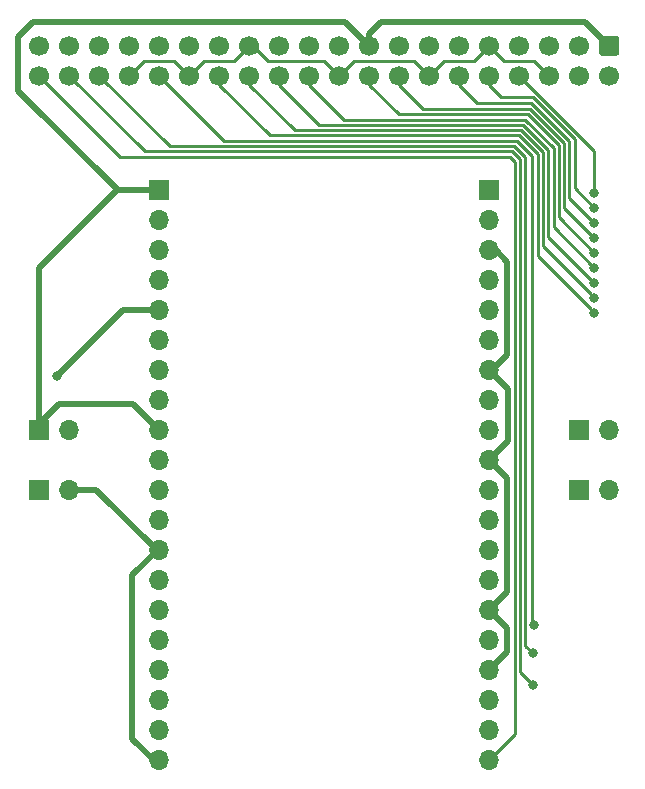
<source format=gbr>
%TF.GenerationSoftware,KiCad,Pcbnew,(5.1.9)-1*%
%TF.CreationDate,2022-02-08T17:06:21+09:00*%
%TF.ProjectId,pi-extend,70692d65-7874-4656-9e64-2e6b69636164,rev?*%
%TF.SameCoordinates,Original*%
%TF.FileFunction,Copper,L2,Bot*%
%TF.FilePolarity,Positive*%
%FSLAX46Y46*%
G04 Gerber Fmt 4.6, Leading zero omitted, Abs format (unit mm)*
G04 Created by KiCad (PCBNEW (5.1.9)-1) date 2022-02-08 17:06:21*
%MOMM*%
%LPD*%
G01*
G04 APERTURE LIST*
%TA.AperFunction,ComponentPad*%
%ADD10O,1.700000X1.700000*%
%TD*%
%TA.AperFunction,ComponentPad*%
%ADD11R,1.700000X1.700000*%
%TD*%
%TA.AperFunction,ComponentPad*%
%ADD12C,1.700000*%
%TD*%
%TA.AperFunction,ViaPad*%
%ADD13C,0.800000*%
%TD*%
%TA.AperFunction,Conductor*%
%ADD14C,0.250000*%
%TD*%
%TA.AperFunction,Conductor*%
%ADD15C,0.500000*%
%TD*%
G04 APERTURE END LIST*
D10*
%TO.P,J7,2*%
%TO.N,GND*%
X186944000Y-104140000D03*
D11*
%TO.P,J7,1*%
%TO.N,+5V*%
X184404000Y-104140000D03*
%TD*%
D10*
%TO.P,J6,2*%
%TO.N,GND*%
X141224000Y-104140000D03*
D11*
%TO.P,J6,1*%
%TO.N,+3V3*%
X138684000Y-104140000D03*
%TD*%
D12*
%TO.P,J1,40*%
%TO.N,Net-(J1-Pad40)*%
X138684000Y-69088000D03*
%TO.P,J1,38*%
%TO.N,Net-(J1-Pad38)*%
X141224000Y-69088000D03*
%TO.P,J1,36*%
%TO.N,Net-(J1-Pad36)*%
X143764000Y-69088000D03*
%TO.P,J1,34*%
%TO.N,GND*%
X146304000Y-69088000D03*
%TO.P,J1,32*%
%TO.N,Net-(J1-Pad32)*%
X148844000Y-69088000D03*
%TO.P,J1,30*%
%TO.N,GND*%
X151384000Y-69088000D03*
%TO.P,J1,28*%
%TO.N,Net-(J1-Pad28)*%
X153924000Y-69088000D03*
%TO.P,J1,26*%
%TO.N,Net-(J1-Pad26)*%
X156464000Y-69088000D03*
%TO.P,J1,24*%
%TO.N,Net-(J1-Pad24)*%
X159004000Y-69088000D03*
%TO.P,J1,22*%
%TO.N,Net-(J1-Pad22)*%
X161544000Y-69088000D03*
%TO.P,J1,20*%
%TO.N,GND*%
X164084000Y-69088000D03*
%TO.P,J1,18*%
%TO.N,Net-(J1-Pad18)*%
X166624000Y-69088000D03*
%TO.P,J1,16*%
%TO.N,Net-(J1-Pad16)*%
X169164000Y-69088000D03*
%TO.P,J1,14*%
%TO.N,GND*%
X171704000Y-69088000D03*
%TO.P,J1,12*%
%TO.N,Net-(J1-Pad12)*%
X174244000Y-69088000D03*
%TO.P,J1,10*%
%TO.N,Net-(J1-Pad10)*%
X176784000Y-69088000D03*
%TO.P,J1,8*%
%TO.N,Net-(J1-Pad8)*%
X179324000Y-69088000D03*
%TO.P,J1,6*%
%TO.N,GND*%
X181864000Y-69088000D03*
%TO.P,J1,4*%
%TO.N,+5V*%
X184404000Y-69088000D03*
%TO.P,J1,2*%
X186944000Y-69088000D03*
%TO.P,J1,39*%
%TO.N,GND*%
X138684000Y-66548000D03*
%TO.P,J1,37*%
%TO.N,Net-(J1-Pad37)*%
X141224000Y-66548000D03*
%TO.P,J1,35*%
%TO.N,Net-(J1-Pad35)*%
X143764000Y-66548000D03*
%TO.P,J1,33*%
%TO.N,Net-(J1-Pad33)*%
X146304000Y-66548000D03*
%TO.P,J1,31*%
%TO.N,Net-(J1-Pad31)*%
X148844000Y-66548000D03*
%TO.P,J1,29*%
%TO.N,Net-(J1-Pad29)*%
X151384000Y-66548000D03*
%TO.P,J1,27*%
%TO.N,Net-(J1-Pad27)*%
X153924000Y-66548000D03*
%TO.P,J1,25*%
%TO.N,GND*%
X156464000Y-66548000D03*
%TO.P,J1,23*%
%TO.N,Net-(J1-Pad23)*%
X159004000Y-66548000D03*
%TO.P,J1,21*%
%TO.N,Net-(J1-Pad21)*%
X161544000Y-66548000D03*
%TO.P,J1,19*%
%TO.N,Net-(J1-Pad19)*%
X164084000Y-66548000D03*
%TO.P,J1,17*%
%TO.N,+3V3*%
X166624000Y-66548000D03*
%TO.P,J1,15*%
%TO.N,Net-(J1-Pad15)*%
X169164000Y-66548000D03*
%TO.P,J1,13*%
%TO.N,Net-(J1-Pad13)*%
X171704000Y-66548000D03*
%TO.P,J1,11*%
%TO.N,Net-(J1-Pad11)*%
X174244000Y-66548000D03*
%TO.P,J1,9*%
%TO.N,GND*%
X176784000Y-66548000D03*
%TO.P,J1,7*%
%TO.N,Net-(J1-Pad7)*%
X179324000Y-66548000D03*
%TO.P,J1,5*%
%TO.N,Net-(J1-Pad5)*%
X181864000Y-66548000D03*
%TO.P,J1,3*%
%TO.N,Net-(J1-Pad3)*%
X184404000Y-66548000D03*
%TO.P,J1,1*%
%TO.N,+3V3*%
%TA.AperFunction,ComponentPad*%
G36*
G01*
X186344000Y-65698000D02*
X187544000Y-65698000D01*
G75*
G02*
X187794000Y-65948000I0J-250000D01*
G01*
X187794000Y-67148000D01*
G75*
G02*
X187544000Y-67398000I-250000J0D01*
G01*
X186344000Y-67398000D01*
G75*
G02*
X186094000Y-67148000I0J250000D01*
G01*
X186094000Y-65948000D01*
G75*
G02*
X186344000Y-65698000I250000J0D01*
G01*
G37*
%TD.AperFunction*%
%TD*%
D11*
%TO.P,J2,1*%
%TO.N,+3V3*%
X148818600Y-78765400D03*
D10*
%TO.P,J2,2*%
%TO.N,Net-(J1-Pad3)*%
X148818600Y-81305400D03*
%TO.P,J2,3*%
%TO.N,Net-(J1-Pad5)*%
X148818600Y-83845400D03*
%TO.P,J2,4*%
%TO.N,Net-(J1-Pad7)*%
X148818600Y-86385400D03*
%TO.P,J2,5*%
%TO.N,GND*%
X148818600Y-88925400D03*
%TO.P,J2,6*%
%TO.N,Net-(J1-Pad11)*%
X148818600Y-91465400D03*
%TO.P,J2,7*%
%TO.N,Net-(J1-Pad13)*%
X148818600Y-94005400D03*
%TO.P,J2,8*%
%TO.N,Net-(J1-Pad15)*%
X148818600Y-96545400D03*
%TO.P,J2,9*%
%TO.N,+3V3*%
X148818600Y-99085400D03*
%TO.P,J2,10*%
%TO.N,Net-(J1-Pad19)*%
X148818600Y-101625400D03*
%TO.P,J2,11*%
%TO.N,Net-(J1-Pad21)*%
X148818600Y-104165400D03*
%TO.P,J2,12*%
%TO.N,Net-(J1-Pad23)*%
X148818600Y-106705400D03*
%TO.P,J2,13*%
%TO.N,GND*%
X148818600Y-109245400D03*
%TO.P,J2,14*%
%TO.N,Net-(J1-Pad27)*%
X148818600Y-111785400D03*
%TO.P,J2,15*%
%TO.N,Net-(J1-Pad29)*%
X148818600Y-114325400D03*
%TO.P,J2,16*%
%TO.N,Net-(J1-Pad31)*%
X148818600Y-116865400D03*
%TO.P,J2,17*%
%TO.N,Net-(J1-Pad33)*%
X148818600Y-119405400D03*
%TO.P,J2,18*%
%TO.N,Net-(J1-Pad35)*%
X148818600Y-121945400D03*
%TO.P,J2,19*%
%TO.N,Net-(J1-Pad37)*%
X148818600Y-124485400D03*
%TO.P,J2,20*%
%TO.N,GND*%
X148818600Y-127025400D03*
%TD*%
%TO.P,J3,20*%
%TO.N,Net-(J1-Pad40)*%
X176758600Y-127025400D03*
%TO.P,J3,19*%
%TO.N,Net-(J1-Pad38)*%
X176758600Y-124485400D03*
%TO.P,J3,18*%
%TO.N,Net-(J1-Pad36)*%
X176758600Y-121945400D03*
%TO.P,J3,17*%
%TO.N,GND*%
X176758600Y-119405400D03*
%TO.P,J3,16*%
%TO.N,Net-(J1-Pad32)*%
X176758600Y-116865400D03*
%TO.P,J3,15*%
%TO.N,GND*%
X176758600Y-114325400D03*
%TO.P,J3,14*%
%TO.N,Net-(J1-Pad28)*%
X176758600Y-111785400D03*
%TO.P,J3,13*%
%TO.N,Net-(J1-Pad26)*%
X176758600Y-109245400D03*
%TO.P,J3,12*%
%TO.N,Net-(J1-Pad24)*%
X176758600Y-106705400D03*
%TO.P,J3,11*%
%TO.N,Net-(J1-Pad22)*%
X176758600Y-104165400D03*
%TO.P,J3,10*%
%TO.N,GND*%
X176758600Y-101625400D03*
%TO.P,J3,9*%
%TO.N,Net-(J1-Pad18)*%
X176758600Y-99085400D03*
%TO.P,J3,8*%
%TO.N,Net-(J1-Pad16)*%
X176758600Y-96545400D03*
%TO.P,J3,7*%
%TO.N,GND*%
X176758600Y-94005400D03*
%TO.P,J3,6*%
%TO.N,Net-(J1-Pad12)*%
X176758600Y-91465400D03*
%TO.P,J3,5*%
%TO.N,Net-(J1-Pad10)*%
X176758600Y-88925400D03*
%TO.P,J3,4*%
%TO.N,Net-(J1-Pad8)*%
X176758600Y-86385400D03*
%TO.P,J3,3*%
%TO.N,GND*%
X176758600Y-83845400D03*
%TO.P,J3,2*%
%TO.N,+5V*%
X176758600Y-81305400D03*
D11*
%TO.P,J3,1*%
X176758600Y-78765400D03*
%TD*%
%TO.P,J4,1*%
%TO.N,+3V3*%
X138684000Y-99060000D03*
D10*
%TO.P,J4,2*%
%TO.N,GND*%
X141224000Y-99060000D03*
%TD*%
D11*
%TO.P,J5,1*%
%TO.N,+5V*%
X184404000Y-99060000D03*
D10*
%TO.P,J5,2*%
%TO.N,GND*%
X186944000Y-99060000D03*
%TD*%
D13*
%TO.N,Net-(J1-Pad8)*%
X185674000Y-78994000D03*
%TO.N,Net-(J1-Pad10)*%
X185674000Y-80264000D03*
%TO.N,Net-(J1-Pad12)*%
X185645498Y-81534000D03*
%TO.N,Net-(J1-Pad16)*%
X185674000Y-82804000D03*
%TO.N,Net-(J1-Pad18)*%
X185674000Y-84074000D03*
%TO.N,Net-(J1-Pad22)*%
X185673986Y-85344000D03*
%TO.N,Net-(J1-Pad24)*%
X185674000Y-86614000D03*
%TO.N,Net-(J1-Pad26)*%
X185674000Y-87884010D03*
%TO.N,Net-(J1-Pad28)*%
X185674010Y-89154000D03*
%TO.N,Net-(J1-Pad32)*%
X180593682Y-115570000D03*
%TO.N,Net-(J1-Pad36)*%
X180467002Y-117983000D03*
%TO.N,Net-(J1-Pad38)*%
X180467000Y-120650006D03*
%TO.N,GND*%
X140207997Y-94487997D03*
%TD*%
D14*
%TO.N,Net-(J1-Pad8)*%
X179324000Y-69088000D02*
X179324000Y-69596000D01*
X185674000Y-75438000D02*
X185674000Y-78994000D01*
X179324000Y-69088000D02*
X185674000Y-75438000D01*
%TO.N,Net-(J1-Pad10)*%
X176784000Y-69088000D02*
X177292000Y-69088000D01*
X176784000Y-69088000D02*
X176784000Y-69469000D01*
X184023000Y-78613000D02*
X185674000Y-80264000D01*
X184023000Y-74423410D02*
X184023000Y-78613000D01*
X180465590Y-70866000D02*
X184023000Y-74423410D01*
X177800000Y-70866000D02*
X180465590Y-70866000D01*
X176784000Y-69850000D02*
X177800000Y-70866000D01*
X176784000Y-69088000D02*
X176784000Y-69850000D01*
%TO.N,Net-(J1-Pad12)*%
X174244000Y-69088000D02*
X174244000Y-69469000D01*
X183572989Y-74609809D02*
X183572989Y-79461491D01*
X183572989Y-79461491D02*
X185645498Y-81534000D01*
X180337180Y-71374000D02*
X183572989Y-74609809D01*
X175768000Y-71374000D02*
X180337180Y-71374000D01*
X174244000Y-69850000D02*
X175768000Y-71374000D01*
X174244000Y-69088000D02*
X174244000Y-69850000D01*
%TO.N,Net-(J1-Pad16)*%
X169164000Y-69088000D02*
X169164000Y-69469000D01*
X183122978Y-80252978D02*
X185674000Y-82804000D01*
X183122978Y-74796209D02*
X183122978Y-80252978D01*
X180208769Y-71882000D02*
X183122978Y-74796209D01*
X171196000Y-71882000D02*
X180208769Y-71882000D01*
X169164000Y-69850000D02*
X171196000Y-71882000D01*
X169164000Y-69088000D02*
X169164000Y-69850000D01*
%TO.N,Net-(J1-Pad18)*%
X166624000Y-69088000D02*
X166624000Y-69469000D01*
X182672967Y-81072967D02*
X185674000Y-84074000D01*
X180022370Y-72332011D02*
X182672967Y-74982608D01*
X182672967Y-74982608D02*
X182672967Y-81072967D01*
X169106011Y-72332011D02*
X180022370Y-72332011D01*
X166624000Y-69850000D02*
X169106011Y-72332011D01*
X166624000Y-69088000D02*
X166624000Y-69850000D01*
%TO.N,Net-(J1-Pad22)*%
X182222956Y-81892970D02*
X185673986Y-85344000D01*
X182222956Y-75169007D02*
X182222956Y-81892970D01*
X179835971Y-72782022D02*
X182222956Y-75169007D01*
X164476022Y-72782022D02*
X179835971Y-72782022D01*
X161544000Y-69850000D02*
X164476022Y-72782022D01*
X161544000Y-69088000D02*
X161544000Y-69850000D01*
%TO.N,Net-(J1-Pad24)*%
X181772945Y-82712945D02*
X185674000Y-86614000D01*
X181772945Y-75355407D02*
X181772945Y-82712945D01*
X179649571Y-73232033D02*
X181772945Y-75355407D01*
X162386033Y-73232033D02*
X179649571Y-73232033D01*
X159004000Y-69850000D02*
X162386033Y-73232033D01*
X159004000Y-69088000D02*
X159004000Y-69850000D01*
%TO.N,Net-(J1-Pad26)*%
X181322934Y-83532944D02*
X185274001Y-87484011D01*
X181322934Y-75541807D02*
X181322934Y-83532944D01*
X179463171Y-73682044D02*
X181322934Y-75541807D01*
X185274001Y-87484011D02*
X185674000Y-87884010D01*
X160296044Y-73682044D02*
X179463171Y-73682044D01*
X156464000Y-69850000D02*
X160296044Y-73682044D01*
X156464000Y-69088000D02*
X156464000Y-69850000D01*
%TO.N,Net-(J1-Pad28)*%
X185274011Y-88754001D02*
X185674010Y-89154000D01*
X180872923Y-84352913D02*
X185274011Y-88754001D01*
X180872923Y-75728207D02*
X180872923Y-84352913D01*
X179276771Y-74132055D02*
X180872923Y-75728207D01*
X158206055Y-74132055D02*
X179276771Y-74132055D01*
X153924000Y-69850000D02*
X158206055Y-74132055D01*
X153924000Y-69088000D02*
X153924000Y-69850000D01*
%TO.N,Net-(J1-Pad32)*%
X148844000Y-69088000D02*
X148844000Y-69278500D01*
X148844000Y-69088000D02*
X154338066Y-74582066D01*
X154338066Y-74582066D02*
X179090371Y-74582066D01*
X180403341Y-75895036D02*
X180403341Y-115379659D01*
X180403341Y-115379659D02*
X180593682Y-115570000D01*
X179090371Y-74582066D02*
X180403341Y-75895036D01*
%TO.N,Net-(J1-Pad36)*%
X179846007Y-117362005D02*
X180467002Y-117983000D01*
X179846007Y-75974113D02*
X179846007Y-117362005D01*
X149708077Y-75032077D02*
X178903971Y-75032077D01*
X143764000Y-69088000D02*
X149708077Y-75032077D01*
X178903971Y-75032077D02*
X179846007Y-75974113D01*
%TO.N,Net-(J1-Pad38)*%
X141224000Y-69088000D02*
X147618088Y-75482088D01*
X179395996Y-119579002D02*
X180067001Y-120250007D01*
X180067001Y-120250007D02*
X180467000Y-120650006D01*
X179395996Y-76160518D02*
X179395996Y-119579002D01*
X178717566Y-75482088D02*
X179395996Y-76160518D01*
X147618088Y-75482088D02*
X178717566Y-75482088D01*
%TO.N,Net-(J1-Pad40)*%
X177608599Y-126175401D02*
X176758600Y-127025400D01*
X178945985Y-124838015D02*
X177608599Y-126175401D01*
X178945985Y-76346918D02*
X178945985Y-124838015D01*
X138684000Y-69088000D02*
X145528099Y-75932099D01*
X178531167Y-75932099D02*
X178945985Y-76346918D01*
X145528099Y-75932099D02*
X178531167Y-75932099D01*
D15*
%TO.N,+3V3*%
X138684000Y-85344000D02*
X138684000Y-99060000D01*
X145262600Y-78765400D02*
X138684000Y-85344000D01*
X148818600Y-78765400D02*
X145262600Y-78765400D01*
X184912000Y-64516000D02*
X186944000Y-66548000D01*
X166624000Y-66548000D02*
X166624000Y-65532000D01*
X166624000Y-65532000D02*
X167640000Y-64516000D01*
X167640000Y-64516000D02*
X184912000Y-64516000D01*
X146634200Y-96901000D02*
X148818600Y-99085400D01*
X140335000Y-96901000D02*
X146634200Y-96901000D01*
X138684000Y-98552000D02*
X140335000Y-96901000D01*
X138684000Y-99060000D02*
X138684000Y-98552000D01*
X136906000Y-70358000D02*
X145313400Y-78765400D01*
X166624000Y-66548000D02*
X164592000Y-64516000D01*
X164592000Y-64516000D02*
X138176000Y-64516000D01*
X138176000Y-64516000D02*
X136906000Y-65786000D01*
X136906000Y-65786000D02*
X136906000Y-70358000D01*
X145313400Y-78765400D02*
X148818600Y-78765400D01*
D14*
%TO.N,GND*%
X162814000Y-67818000D02*
X164084000Y-69088000D01*
X158007499Y-67818000D02*
X162814000Y-67818000D01*
X156737499Y-66548000D02*
X158007499Y-67818000D01*
X156464000Y-66548000D02*
X156737499Y-66548000D01*
X155194000Y-67818000D02*
X156464000Y-66548000D01*
X152654000Y-67818000D02*
X155194000Y-67818000D01*
X151384000Y-69088000D02*
X152654000Y-67818000D01*
X150114000Y-67818000D02*
X151384000Y-69088000D01*
X147574000Y-67818000D02*
X150114000Y-67818000D01*
X146304000Y-69088000D02*
X147574000Y-67818000D01*
X170434000Y-67818000D02*
X171704000Y-69088000D01*
X165354000Y-67818000D02*
X170434000Y-67818000D01*
X164084000Y-69088000D02*
X165354000Y-67818000D01*
X180594000Y-67818000D02*
X181864000Y-69088000D01*
X178054000Y-67818000D02*
X180594000Y-67818000D01*
X176784000Y-66548000D02*
X178054000Y-67818000D01*
X175514000Y-67818000D02*
X176784000Y-66548000D01*
X172974000Y-67818000D02*
X175514000Y-67818000D01*
X171704000Y-69088000D02*
X172974000Y-67818000D01*
D15*
X148361400Y-127025400D02*
X148818600Y-127025400D01*
X146558000Y-125222000D02*
X148361400Y-127025400D01*
X146558000Y-111379000D02*
X146558000Y-125222000D01*
X148691600Y-109245400D02*
X146558000Y-111379000D01*
X148818600Y-109245400D02*
X148691600Y-109245400D01*
X177012600Y-94005400D02*
X176758600Y-94005400D01*
X178308000Y-92710000D02*
X177012600Y-94005400D01*
X178308000Y-84836000D02*
X178308000Y-92710000D01*
X177317400Y-83845400D02*
X178308000Y-84836000D01*
X176758600Y-83845400D02*
X177317400Y-83845400D01*
X140208003Y-94487997D02*
X140207997Y-94487997D01*
X145770600Y-88925400D02*
X140208003Y-94487997D01*
X148818600Y-88925400D02*
X145770600Y-88925400D01*
X176758600Y-114325400D02*
X178266965Y-115833765D01*
X178266965Y-117897035D02*
X176758600Y-119405400D01*
X178266965Y-115833765D02*
X178266965Y-117897035D01*
X178370974Y-100013026D02*
X176758600Y-101625400D01*
X176758600Y-94005400D02*
X178370974Y-95617774D01*
X178370974Y-95617774D02*
X178370974Y-100013026D01*
X178308000Y-112776000D02*
X176758600Y-114325400D01*
X178308000Y-103174800D02*
X178308000Y-112776000D01*
X176758600Y-101625400D02*
X178308000Y-103174800D01*
X148615400Y-109245400D02*
X148818600Y-109245400D01*
X143510000Y-104140000D02*
X148615400Y-109245400D01*
X141224000Y-104140000D02*
X143510000Y-104140000D01*
%TD*%
M02*

</source>
